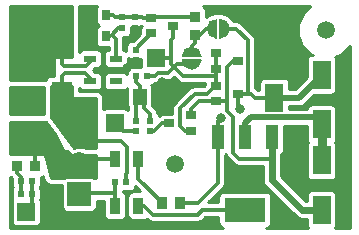
<source format=gtl>
G04 #@! TF.FileFunction,Copper,L1,Top,Signal*
%FSLAX46Y46*%
G04 Gerber Fmt 4.6, Leading zero omitted, Abs format (unit mm)*
G04 Created by KiCad (PCBNEW (2016-02-18 BZR 6566, Git c2fd462)-product) date Wed 24 Feb 2016 09:41:19 PM EST*
%MOMM*%
G01*
G04 APERTURE LIST*
%ADD10C,0.100000*%
%ADD11C,0.150000*%
%ADD12R,0.850000X0.650000*%
%ADD13R,1.550000X2.400000*%
%ADD14C,1.998980*%
%ADD15R,1.998980X1.998980*%
%ADD16R,1.800000X1.050000*%
%ADD17R,1.100000X2.100000*%
%ADD18R,3.500000X2.100000*%
%ADD19R,1.524000X1.524000*%
%ADD20R,2.500000X2.500000*%
%ADD21R,1.100000X0.600000*%
%ADD22R,0.800100X0.899160*%
%ADD23R,0.950000X1.450000*%
%ADD24R,0.950000X1.000000*%
%ADD25R,1.150000X1.450000*%
%ADD26R,0.900000X0.950000*%
%ADD27R,0.950000X0.900000*%
%ADD28R,0.600000X0.600000*%
%ADD29C,1.500000*%
%ADD30C,0.800000*%
%ADD31C,0.300000*%
%ADD32C,0.500000*%
%ADD33C,1.200000*%
%ADD34C,0.600000*%
%ADD35C,0.800000*%
%ADD36C,0.254000*%
G04 APERTURE END LIST*
D10*
D11*
X18504000Y-1839600D02*
X18504000Y-3160400D01*
X18504000Y-3160400D02*
X18605600Y-3160400D01*
X18605600Y-3160400D02*
X18605600Y-1839600D01*
X18605600Y-1839600D02*
X18707200Y-1839600D01*
X18707200Y-1839600D02*
X18707200Y-3109600D01*
X18707200Y-3109600D02*
X18808800Y-3109600D01*
X18808800Y-3109600D02*
X18808800Y-1941200D01*
X18808800Y-1941200D02*
X18910400Y-1992000D01*
X18910400Y-1992000D02*
X18910400Y-2957200D01*
X18910400Y-2957200D02*
X19012000Y-2855600D01*
X19012000Y-2855600D02*
X19012000Y-2144400D01*
X19012000Y-2144400D02*
X19062800Y-2195200D01*
X19062800Y-2195200D02*
X19062800Y-2754000D01*
X17792800Y-3109600D02*
X17691200Y-3109600D01*
X17691200Y-3109600D02*
X17691200Y-1992000D01*
X17691200Y-1992000D02*
X17589600Y-1992000D01*
X17589600Y-1992000D02*
X17589600Y-2957200D01*
X17589600Y-2957200D02*
X17538800Y-2957200D01*
X17538800Y-2957200D02*
X17538800Y-2093600D01*
X17538800Y-2093600D02*
X17488000Y-2093600D01*
X17488000Y-2093600D02*
X17488000Y-2804800D01*
X17488000Y-2804800D02*
X17437200Y-2804800D01*
X17437200Y-2804800D02*
X17437200Y-2246000D01*
X17996000Y-1788800D02*
X17996000Y-3160400D01*
X17996000Y-3160400D02*
X17894400Y-3160400D01*
X17894400Y-3160400D02*
X17894400Y-1839600D01*
X17894400Y-1839600D02*
X17792800Y-1839600D01*
X17792800Y-1839600D02*
X17792800Y-3109600D01*
X17792800Y-3109600D02*
X17742000Y-3109600D01*
X18097600Y-1738000D02*
X18097600Y-3262000D01*
X18402400Y-1738000D02*
X18402400Y-3262000D01*
X18402400Y-3262000D02*
G75*
G03X19164400Y-2500000I0J762000D01*
G01*
X19164400Y-2500000D02*
G75*
G03X18402400Y-1738000I-762000J0D01*
G01*
X18097600Y-1738000D02*
G75*
G03X17335600Y-2500000I0J-762000D01*
G01*
X17335600Y-2500000D02*
G75*
G03X18097600Y-3262000I762000J0D01*
G01*
X16660400Y-5254000D02*
X15339600Y-5254000D01*
X15339600Y-5254000D02*
X15339600Y-5355600D01*
X15339600Y-5355600D02*
X16660400Y-5355600D01*
X16660400Y-5355600D02*
X16660400Y-5457200D01*
X16660400Y-5457200D02*
X15390400Y-5457200D01*
X15390400Y-5457200D02*
X15390400Y-5558800D01*
X15390400Y-5558800D02*
X16558800Y-5558800D01*
X16558800Y-5558800D02*
X16508000Y-5660400D01*
X16508000Y-5660400D02*
X15542800Y-5660400D01*
X15542800Y-5660400D02*
X15644400Y-5762000D01*
X15644400Y-5762000D02*
X16355600Y-5762000D01*
X16355600Y-5762000D02*
X16304800Y-5812800D01*
X16304800Y-5812800D02*
X15746000Y-5812800D01*
X15390400Y-4542800D02*
X15390400Y-4441200D01*
X15390400Y-4441200D02*
X16508000Y-4441200D01*
X16508000Y-4441200D02*
X16508000Y-4339600D01*
X16508000Y-4339600D02*
X15542800Y-4339600D01*
X15542800Y-4339600D02*
X15542800Y-4288800D01*
X15542800Y-4288800D02*
X16406400Y-4288800D01*
X16406400Y-4288800D02*
X16406400Y-4238000D01*
X16406400Y-4238000D02*
X15695200Y-4238000D01*
X15695200Y-4238000D02*
X15695200Y-4187200D01*
X15695200Y-4187200D02*
X16254000Y-4187200D01*
X16711200Y-4746000D02*
X15339600Y-4746000D01*
X15339600Y-4746000D02*
X15339600Y-4644400D01*
X15339600Y-4644400D02*
X16660400Y-4644400D01*
X16660400Y-4644400D02*
X16660400Y-4542800D01*
X16660400Y-4542800D02*
X15390400Y-4542800D01*
X15390400Y-4542800D02*
X15390400Y-4492000D01*
X16762000Y-4847600D02*
X15238000Y-4847600D01*
X16762000Y-5152400D02*
X15238000Y-5152400D01*
X15238000Y-5152400D02*
G75*
G03X16000000Y-5914400I762000J0D01*
G01*
X16000000Y-5914400D02*
G75*
G03X16762000Y-5152400I0J762000D01*
G01*
X16762000Y-4847600D02*
G75*
G03X16000000Y-4085600I-762000J0D01*
G01*
X16000000Y-4085600D02*
G75*
G03X15238000Y-4847600I0J-762000D01*
G01*
D12*
X18050000Y-7350000D03*
X18050000Y-8650000D03*
X19950000Y-8000000D03*
D13*
X27000000Y-13650000D03*
X27000000Y-17850000D03*
D14*
X6500000Y-14000000D03*
D15*
X6500000Y-16540000D03*
D14*
X6500000Y-11460000D03*
D16*
X5000000Y-7500000D03*
X5000000Y-4500000D03*
D17*
X22800000Y-11650000D03*
X20500000Y-11650000D03*
X18200000Y-11650000D03*
D18*
X20500000Y-17850000D03*
D19*
X2000000Y-18000000D03*
X13000000Y-5000000D03*
X2000000Y-9000000D03*
X9500000Y-10500000D03*
D20*
X2000000Y-11750000D03*
X2000000Y-2000000D03*
D21*
X9600000Y-6950000D03*
X9600000Y-5050000D03*
X9600000Y-6000000D03*
X7400000Y-5050000D03*
X7400000Y-6950000D03*
D22*
X8750000Y-1350840D03*
X8750000Y-3149160D03*
D10*
G36*
X18450000Y-3050000D02*
X18450000Y-1950000D01*
X19050000Y-2050000D01*
X19050000Y-2950000D01*
X18450000Y-3050000D01*
X18450000Y-3050000D01*
G37*
G36*
X18050000Y-1950000D02*
X18050000Y-3050000D01*
X17450000Y-2950000D01*
X17450000Y-2050000D01*
X18050000Y-1950000D01*
X18050000Y-1950000D01*
G37*
G36*
X15450000Y-5200000D02*
X16550000Y-5200000D01*
X16450000Y-5800000D01*
X15550000Y-5800000D01*
X15450000Y-5200000D01*
X15450000Y-5200000D01*
G37*
G36*
X16550000Y-4800000D02*
X15450000Y-4800000D01*
X15550000Y-4200000D01*
X16450000Y-4200000D01*
X16550000Y-4800000D01*
X16550000Y-4800000D01*
G37*
D23*
X9500000Y-13500000D03*
X11500000Y-13500000D03*
X9500000Y-17500000D03*
X11500000Y-17500000D03*
D24*
X13450000Y-17250000D03*
X15050000Y-17250000D03*
D13*
X27000000Y-10600000D03*
X27000000Y-6400000D03*
X23000000Y-8350000D03*
X23000000Y-4150000D03*
D25*
X11600000Y-8250000D03*
X13400000Y-8250000D03*
X5350000Y-2000000D03*
X7150000Y-2000000D03*
D26*
X1250000Y-14100000D03*
X2750000Y-14100000D03*
D27*
X16250000Y-3000000D03*
X16250000Y-1500000D03*
D12*
X15950000Y-11150000D03*
X15950000Y-9850000D03*
X14050000Y-10500000D03*
X12550000Y-1600000D03*
X12550000Y-2900000D03*
X14450000Y-2250000D03*
D28*
X11200000Y-1550000D03*
X11200000Y-2450000D03*
X11250000Y-4300000D03*
X11250000Y-5200000D03*
X12500000Y-10300000D03*
X12500000Y-11200000D03*
X11300000Y-6500000D03*
X12200000Y-6500000D03*
X11250000Y-10300000D03*
X11250000Y-11200000D03*
D12*
X18050000Y-4600000D03*
X18050000Y-5900000D03*
X19950000Y-5250000D03*
D28*
X2450000Y-15400000D03*
X1550000Y-15400000D03*
D29*
X14600000Y-14000000D03*
X27400000Y-2600000D03*
D28*
X10100000Y-1550000D03*
X10100000Y-2450000D03*
X9550000Y-15500000D03*
X10450000Y-15500000D03*
X2450000Y-16500000D03*
X1550000Y-16500000D03*
D30*
X4750000Y-18000000D03*
X8000000Y-18249996D03*
X7200000Y-3200000D03*
X28250000Y-8500000D03*
X24750000Y-15250000D03*
X20250000Y-15250000D03*
X11000000Y-3250000D03*
X24250000Y-4250000D03*
X21750000Y-4250000D03*
X23000000Y-2500000D03*
X23000000Y-5750000D03*
X8500000Y-6000000D03*
X10545104Y-5801547D03*
X13500000Y-7000000D03*
X13500000Y-9500000D03*
X20119551Y-9346926D03*
X18469663Y-10030337D03*
D31*
X9550000Y-1550000D02*
X9350840Y-1350840D01*
X9350840Y-1350840D02*
X8750000Y-1350840D01*
X10100000Y-1550000D02*
X9550000Y-1550000D01*
X16250000Y-1500000D02*
X12650000Y-1500000D01*
X12650000Y-1500000D02*
X12550000Y-1600000D01*
X11800000Y-1550000D02*
X11850000Y-1600000D01*
X11850000Y-1600000D02*
X12550000Y-1600000D01*
X11200000Y-1550000D02*
X11800000Y-1550000D01*
X10100000Y-1550000D02*
X11200000Y-1550000D01*
X7150000Y-2000000D02*
X7150000Y-3150000D01*
X7150000Y-3150000D02*
X7200000Y-3200000D01*
X11200000Y-2450000D02*
X11200000Y-3050000D01*
X11200000Y-3050000D02*
X11000000Y-3250000D01*
D32*
X23000000Y-4150000D02*
X24150000Y-4150000D01*
X24150000Y-4150000D02*
X24250000Y-4250000D01*
X23000000Y-4150000D02*
X21850000Y-4150000D01*
X21850000Y-4150000D02*
X21750000Y-4250000D01*
X23000000Y-4150000D02*
X23000000Y-2500000D01*
X23000000Y-4150000D02*
X23000000Y-5750000D01*
D31*
X9600000Y-6000000D02*
X8500000Y-6000000D01*
X9600000Y-6000000D02*
X10346651Y-6000000D01*
X10346651Y-6000000D02*
X10545104Y-5801547D01*
X11250000Y-5200000D02*
X11146651Y-5200000D01*
X11146651Y-5200000D02*
X10545104Y-5801547D01*
X13400000Y-8250000D02*
X13400000Y-7100000D01*
X13400000Y-7100000D02*
X13500000Y-7000000D01*
X13400000Y-8250000D02*
X13400000Y-9400000D01*
X13400000Y-9400000D02*
X13500000Y-9500000D01*
X15000000Y-9250000D02*
X16250000Y-8000000D01*
X16250000Y-8000000D02*
X17319998Y-8000000D01*
X17319998Y-8000000D02*
X17969998Y-7350000D01*
X17969998Y-7350000D02*
X18050000Y-7350000D01*
X15000000Y-10750000D02*
X15000000Y-9250000D01*
X18050000Y-6500000D02*
X15250002Y-6500000D01*
X18050000Y-5900000D02*
X18050000Y-6500000D01*
X18050000Y-4600000D02*
X18050000Y-5900000D01*
X18050000Y-6500000D02*
X18050000Y-7350000D01*
X15400000Y-11150000D02*
X15000000Y-10750000D01*
X15950000Y-11150000D02*
X15400000Y-11150000D01*
X15250002Y-6500000D02*
X14500000Y-5749998D01*
X14250000Y-5499998D02*
X14250000Y-5000000D01*
X14250000Y-5000000D02*
X14250000Y-3500000D01*
X13000000Y-5000000D02*
X14250000Y-5000000D01*
X14250000Y-3500000D02*
X14450000Y-3300000D01*
X14450000Y-3300000D02*
X14450000Y-2250000D01*
X14500000Y-5749998D02*
X14749998Y-5500000D01*
X13999999Y-6249999D02*
X14500000Y-5749998D01*
X14500000Y-5749998D02*
X14250000Y-5499998D01*
X14749998Y-5500000D02*
X16000000Y-5500000D01*
X12200000Y-6500000D02*
X12889998Y-6500000D01*
X12889998Y-6500000D02*
X13139999Y-6249999D01*
X13139999Y-6249999D02*
X13999999Y-6249999D01*
X14050000Y-10500000D02*
X13530002Y-10500000D01*
X13530002Y-10500000D02*
X12830002Y-11200000D01*
X12830002Y-11200000D02*
X12500000Y-11200000D01*
X18200000Y-15550000D02*
X16500000Y-17250000D01*
X16500000Y-17250000D02*
X15050000Y-17250000D01*
X18200000Y-11650000D02*
X18200000Y-15550000D01*
X19950000Y-8000000D02*
X19950000Y-9177375D01*
X19950000Y-9177375D02*
X20119551Y-9346926D01*
X18200000Y-11650000D02*
X18200000Y-10300000D01*
X18200000Y-10300000D02*
X18469663Y-10030337D01*
X19950000Y-8000000D02*
X20750000Y-8000000D01*
X20750000Y-8000000D02*
X21000000Y-8000000D01*
X21350000Y-8350000D02*
X23000000Y-8350000D01*
X21000000Y-8000000D02*
X21350000Y-8350000D01*
X18750000Y-2500000D02*
X19750000Y-2500000D01*
X20750000Y-3500000D02*
X20750000Y-8000000D01*
X19750000Y-2500000D02*
X20750000Y-3500000D01*
D32*
X23000000Y-8350000D02*
X25050000Y-8350000D01*
X25050000Y-8350000D02*
X27000000Y-6400000D01*
D31*
X11250000Y-4300000D02*
X11250000Y-4200000D01*
X11250000Y-4200000D02*
X12550000Y-2900000D01*
X9550000Y-16450000D02*
X6590000Y-16450000D01*
X6590000Y-16450000D02*
X6500000Y-16540000D01*
X9550000Y-16450000D02*
X9500000Y-16500000D01*
X9500000Y-16500000D02*
X9500000Y-17500000D01*
X9550000Y-15500000D02*
X9550000Y-16450000D01*
X16000000Y-4000000D02*
X16250000Y-3750000D01*
X17250000Y-2500000D02*
X16750000Y-3000000D01*
X16750000Y-3000000D02*
X16250000Y-3000000D01*
X17750000Y-2500000D02*
X17250000Y-2500000D01*
X16250000Y-3750000D02*
X16250000Y-3000000D01*
X16000000Y-4500000D02*
X16000000Y-4000000D01*
X2450000Y-16500000D02*
X2450000Y-15400000D01*
X2450000Y-16500000D02*
X2450000Y-17550000D01*
X2450000Y-17550000D02*
X2000000Y-18000000D01*
X11250000Y-11200000D02*
X10200000Y-11200000D01*
X10200000Y-11200000D02*
X9500000Y-10500000D01*
X11300000Y-7050000D02*
X11600000Y-7350000D01*
X11600000Y-7350000D02*
X11600000Y-8250000D01*
X11300000Y-6500000D02*
X11300000Y-7050000D01*
X12000000Y-9250000D02*
X12000000Y-8650000D01*
X12000000Y-8650000D02*
X11600000Y-8250000D01*
X12500000Y-9750000D02*
X12000000Y-9250000D01*
X12500000Y-10300000D02*
X12500000Y-9750000D01*
X11250000Y-10300000D02*
X11250000Y-8600000D01*
X11250000Y-8600000D02*
X11600000Y-8250000D01*
X1250000Y-14750000D02*
X1550000Y-15050000D01*
X1550000Y-15050000D02*
X1550000Y-15400000D01*
X1250000Y-14100000D02*
X1250000Y-14750000D01*
X1550000Y-16500000D02*
X1550000Y-15400000D01*
X10000000Y-12000000D02*
X7040000Y-12000000D01*
X7040000Y-12000000D02*
X6500000Y-11460000D01*
X10500000Y-12500000D02*
X10000000Y-12000000D01*
X10500000Y-14750000D02*
X10500000Y-12500000D01*
X10450000Y-14800000D02*
X10500000Y-14750000D01*
X10450000Y-15500000D02*
X10450000Y-14800000D01*
X5250000Y-6250000D02*
X5000000Y-6500000D01*
X5000000Y-6500000D02*
X5000000Y-7500000D01*
X7000000Y-6250000D02*
X5250000Y-6250000D01*
X7400000Y-6650000D02*
X7000000Y-6250000D01*
X7400000Y-6950000D02*
X7400000Y-6650000D01*
X2750000Y-14100000D02*
X2750000Y-12500000D01*
X2750000Y-12500000D02*
X2000000Y-11750000D01*
X9500000Y-13500000D02*
X7000000Y-13500000D01*
X7000000Y-13500000D02*
X6500000Y-14000000D01*
X7400000Y-5050000D02*
X7400000Y-5350000D01*
X7400000Y-5350000D02*
X7050000Y-5700000D01*
X5000000Y-5500000D02*
X5000000Y-4500000D01*
X7050000Y-5700000D02*
X5200000Y-5700000D01*
X5200000Y-5700000D02*
X5000000Y-5500000D01*
D33*
X1500000Y-2500000D02*
X2000000Y-2000000D01*
D31*
X9100840Y-3149160D02*
X9250000Y-3000000D01*
X9600000Y-3350000D02*
X9250000Y-3000000D01*
X9250000Y-3000000D02*
X9800000Y-2450000D01*
X9600000Y-5050000D02*
X9600000Y-3350000D01*
X9800000Y-2450000D02*
X10100000Y-2450000D01*
X8750000Y-3149160D02*
X9100840Y-3149160D01*
X13450000Y-17200000D02*
X11500000Y-15250000D01*
X11500000Y-15250000D02*
X11500000Y-13500000D01*
X13450000Y-17250000D02*
X13450000Y-17200000D01*
X12750000Y-18250000D02*
X12000000Y-17500000D01*
X12000000Y-17500000D02*
X11500000Y-17500000D01*
X16500000Y-18250000D02*
X12750000Y-18250000D01*
X16900000Y-17850000D02*
X16500000Y-18250000D01*
X20500000Y-17850000D02*
X16900000Y-17850000D01*
X16600000Y-8650000D02*
X15950000Y-9300000D01*
X15950000Y-9300000D02*
X15950000Y-9850000D01*
X18050000Y-8650000D02*
X16600000Y-8650000D01*
X19000000Y-5750000D02*
X19000000Y-8750000D01*
X19000000Y-8750000D02*
X19000000Y-9500000D01*
X18050000Y-8650000D02*
X18900000Y-8650000D01*
X18900000Y-8650000D02*
X19000000Y-8750000D01*
D34*
X22800000Y-11650000D02*
X22800000Y-13500000D01*
X22800000Y-13500000D02*
X22800000Y-15300000D01*
D31*
X20000000Y-13500000D02*
X22800000Y-13500000D01*
D34*
X22800000Y-15300000D02*
X25350000Y-17850000D01*
X25350000Y-17850000D02*
X27000000Y-17850000D01*
D31*
X19500000Y-13000000D02*
X20000000Y-13500000D01*
X19500000Y-10000000D02*
X19500000Y-13000000D01*
X19000000Y-9500000D02*
X19500000Y-10000000D01*
X19500000Y-5250000D02*
X19000000Y-5750000D01*
X19950000Y-5250000D02*
X19500000Y-5250000D01*
D32*
X20999999Y-10000001D02*
X20500000Y-10500000D01*
X20500000Y-10500000D02*
X20500000Y-11650000D01*
X27000000Y-10600000D02*
X26400001Y-10000001D01*
X26400001Y-10000001D02*
X20999999Y-10000001D01*
D35*
X27000000Y-10600000D02*
X27000000Y-13650000D01*
D36*
G36*
X5873000Y-4873000D02*
X4500000Y-4873000D01*
X4451399Y-4882667D01*
X4410197Y-4910197D01*
X4382667Y-4951399D01*
X4373000Y-5000000D01*
X4373000Y-6488656D01*
X4100000Y-6488656D01*
X3913884Y-6525677D01*
X3756103Y-6631103D01*
X3650677Y-6788884D01*
X3633945Y-6873000D01*
X627000Y-6873000D01*
X627000Y-627000D01*
X5873000Y-627000D01*
X5873000Y-4873000D01*
X5873000Y-4873000D01*
G37*
X5873000Y-4873000D02*
X4500000Y-4873000D01*
X4451399Y-4882667D01*
X4410197Y-4910197D01*
X4382667Y-4951399D01*
X4373000Y-5000000D01*
X4373000Y-6488656D01*
X4100000Y-6488656D01*
X3913884Y-6525677D01*
X3756103Y-6631103D01*
X3650677Y-6788884D01*
X3633945Y-6873000D01*
X627000Y-6873000D01*
X627000Y-627000D01*
X5873000Y-627000D01*
X5873000Y-4873000D01*
G36*
X5873000Y-8250000D02*
X5882667Y-8298601D01*
X5910197Y-8339803D01*
X5951399Y-8367333D01*
X6000000Y-8377000D01*
X7873000Y-8377000D01*
X7873000Y-12623000D01*
X7033959Y-12623000D01*
X6794980Y-12523767D01*
X6207596Y-12523254D01*
X6041916Y-12591712D01*
X4127000Y-9958702D01*
X4127000Y-7377000D01*
X5873000Y-7377000D01*
X5873000Y-8250000D01*
X5873000Y-8250000D01*
G37*
X5873000Y-8250000D02*
X5882667Y-8298601D01*
X5910197Y-8339803D01*
X5951399Y-8367333D01*
X6000000Y-8377000D01*
X7873000Y-8377000D01*
X7873000Y-12623000D01*
X7033959Y-12623000D01*
X6794980Y-12523767D01*
X6207596Y-12523254D01*
X6041916Y-12591712D01*
X4127000Y-9958702D01*
X4127000Y-7377000D01*
X5873000Y-7377000D01*
X5873000Y-8250000D01*
G36*
X4443212Y-11420404D02*
X5136408Y-12806796D01*
X5166789Y-12845943D01*
X5209839Y-12870483D01*
X5250000Y-12877000D01*
X5502554Y-12877000D01*
X5614233Y-13030558D01*
X5817460Y-13190691D01*
X6000000Y-13227000D01*
X7873000Y-13227000D01*
X7873000Y-15123000D01*
X7733217Y-15123000D01*
X7685606Y-15091187D01*
X7499490Y-15054166D01*
X5500510Y-15054166D01*
X5314394Y-15091187D01*
X5266783Y-15123000D01*
X4099158Y-15123000D01*
X3623208Y-13219198D01*
X3602042Y-13174393D01*
X3565341Y-13141098D01*
X3500000Y-13123000D01*
X627000Y-13123000D01*
X627000Y-10377000D01*
X3684373Y-10377000D01*
X4443212Y-11420404D01*
X4443212Y-11420404D01*
G37*
X4443212Y-11420404D02*
X5136408Y-12806796D01*
X5166789Y-12845943D01*
X5209839Y-12870483D01*
X5250000Y-12877000D01*
X5502554Y-12877000D01*
X5614233Y-13030558D01*
X5817460Y-13190691D01*
X6000000Y-13227000D01*
X7873000Y-13227000D01*
X7873000Y-15123000D01*
X7733217Y-15123000D01*
X7685606Y-15091187D01*
X7499490Y-15054166D01*
X5500510Y-15054166D01*
X5314394Y-15091187D01*
X5266783Y-15123000D01*
X4099158Y-15123000D01*
X3623208Y-13219198D01*
X3602042Y-13174393D01*
X3565341Y-13141098D01*
X3500000Y-13123000D01*
X627000Y-13123000D01*
X627000Y-10377000D01*
X3684373Y-10377000D01*
X4443212Y-11420404D01*
G36*
X3537242Y-15365689D02*
X3662710Y-15587290D01*
X3817460Y-15690691D01*
X4000000Y-15727000D01*
X5014166Y-15727000D01*
X5014166Y-17539490D01*
X5051187Y-17725606D01*
X5156613Y-17883387D01*
X5314394Y-17988813D01*
X5500510Y-18025834D01*
X7499490Y-18025834D01*
X7685606Y-17988813D01*
X7843387Y-17883387D01*
X7948813Y-17725606D01*
X7985834Y-17539490D01*
X7985834Y-17077000D01*
X8538656Y-17077000D01*
X8538656Y-18225000D01*
X8575677Y-18411116D01*
X8681103Y-18568897D01*
X8838884Y-18674323D01*
X9025000Y-18711344D01*
X9975000Y-18711344D01*
X10161116Y-18674323D01*
X10318897Y-18568897D01*
X10424323Y-18411116D01*
X10461344Y-18225000D01*
X10461344Y-16775000D01*
X10424323Y-16588884D01*
X10318897Y-16431103D01*
X10177000Y-16336290D01*
X10177000Y-16286344D01*
X10750000Y-16286344D01*
X10936116Y-16249323D01*
X11093897Y-16143897D01*
X11199323Y-15986116D01*
X11224223Y-15860935D01*
X11651944Y-16288656D01*
X11025000Y-16288656D01*
X10838884Y-16325677D01*
X10681103Y-16431103D01*
X10575677Y-16588884D01*
X10538656Y-16775000D01*
X10538656Y-18225000D01*
X10575677Y-18411116D01*
X10681103Y-18568897D01*
X10838884Y-18674323D01*
X11025000Y-18711344D01*
X11975000Y-18711344D01*
X12161116Y-18674323D01*
X12236944Y-18623656D01*
X12306644Y-18693356D01*
X12510057Y-18829272D01*
X12750000Y-18877000D01*
X16500000Y-18877000D01*
X16739943Y-18829272D01*
X16943356Y-18693356D01*
X17159712Y-18477000D01*
X18263656Y-18477000D01*
X18263656Y-18900000D01*
X18300677Y-19086116D01*
X18406103Y-19243897D01*
X18563884Y-19349323D01*
X18682916Y-19373000D01*
X627000Y-19373000D01*
X627000Y-15026932D01*
X705934Y-15042633D01*
X718437Y-15061344D01*
X763656Y-15129019D01*
X763656Y-15700000D01*
X800677Y-15886116D01*
X843363Y-15950000D01*
X800677Y-16013884D01*
X763656Y-16200000D01*
X763656Y-16800000D01*
X800677Y-16986116D01*
X816649Y-17010020D01*
X788677Y-17051884D01*
X751656Y-17238000D01*
X751656Y-18762000D01*
X788677Y-18948116D01*
X894103Y-19105897D01*
X1051884Y-19211323D01*
X1238000Y-19248344D01*
X2762000Y-19248344D01*
X2948116Y-19211323D01*
X3105897Y-19105897D01*
X3211323Y-18948116D01*
X3248344Y-18762000D01*
X3248344Y-17238000D01*
X3211323Y-17051884D01*
X3183351Y-17010020D01*
X3199323Y-16986116D01*
X3236344Y-16800000D01*
X3236344Y-16200000D01*
X3199323Y-16013884D01*
X3156637Y-15950000D01*
X3199323Y-15886116D01*
X3236344Y-15700000D01*
X3236344Y-15100000D01*
X3227564Y-15055861D01*
X3386116Y-15024323D01*
X3442484Y-14986659D01*
X3537242Y-15365689D01*
X3537242Y-15365689D01*
G37*
X3537242Y-15365689D02*
X3662710Y-15587290D01*
X3817460Y-15690691D01*
X4000000Y-15727000D01*
X5014166Y-15727000D01*
X5014166Y-17539490D01*
X5051187Y-17725606D01*
X5156613Y-17883387D01*
X5314394Y-17988813D01*
X5500510Y-18025834D01*
X7499490Y-18025834D01*
X7685606Y-17988813D01*
X7843387Y-17883387D01*
X7948813Y-17725606D01*
X7985834Y-17539490D01*
X7985834Y-17077000D01*
X8538656Y-17077000D01*
X8538656Y-18225000D01*
X8575677Y-18411116D01*
X8681103Y-18568897D01*
X8838884Y-18674323D01*
X9025000Y-18711344D01*
X9975000Y-18711344D01*
X10161116Y-18674323D01*
X10318897Y-18568897D01*
X10424323Y-18411116D01*
X10461344Y-18225000D01*
X10461344Y-16775000D01*
X10424323Y-16588884D01*
X10318897Y-16431103D01*
X10177000Y-16336290D01*
X10177000Y-16286344D01*
X10750000Y-16286344D01*
X10936116Y-16249323D01*
X11093897Y-16143897D01*
X11199323Y-15986116D01*
X11224223Y-15860935D01*
X11651944Y-16288656D01*
X11025000Y-16288656D01*
X10838884Y-16325677D01*
X10681103Y-16431103D01*
X10575677Y-16588884D01*
X10538656Y-16775000D01*
X10538656Y-18225000D01*
X10575677Y-18411116D01*
X10681103Y-18568897D01*
X10838884Y-18674323D01*
X11025000Y-18711344D01*
X11975000Y-18711344D01*
X12161116Y-18674323D01*
X12236944Y-18623656D01*
X12306644Y-18693356D01*
X12510057Y-18829272D01*
X12750000Y-18877000D01*
X16500000Y-18877000D01*
X16739943Y-18829272D01*
X16943356Y-18693356D01*
X17159712Y-18477000D01*
X18263656Y-18477000D01*
X18263656Y-18900000D01*
X18300677Y-19086116D01*
X18406103Y-19243897D01*
X18563884Y-19349323D01*
X18682916Y-19373000D01*
X627000Y-19373000D01*
X627000Y-15026932D01*
X705934Y-15042633D01*
X718437Y-15061344D01*
X763656Y-15129019D01*
X763656Y-15700000D01*
X800677Y-15886116D01*
X843363Y-15950000D01*
X800677Y-16013884D01*
X763656Y-16200000D01*
X763656Y-16800000D01*
X800677Y-16986116D01*
X816649Y-17010020D01*
X788677Y-17051884D01*
X751656Y-17238000D01*
X751656Y-18762000D01*
X788677Y-18948116D01*
X894103Y-19105897D01*
X1051884Y-19211323D01*
X1238000Y-19248344D01*
X2762000Y-19248344D01*
X2948116Y-19211323D01*
X3105897Y-19105897D01*
X3211323Y-18948116D01*
X3248344Y-18762000D01*
X3248344Y-17238000D01*
X3211323Y-17051884D01*
X3183351Y-17010020D01*
X3199323Y-16986116D01*
X3236344Y-16800000D01*
X3236344Y-16200000D01*
X3199323Y-16013884D01*
X3156637Y-15950000D01*
X3199323Y-15886116D01*
X3236344Y-15700000D01*
X3236344Y-15100000D01*
X3227564Y-15055861D01*
X3386116Y-15024323D01*
X3442484Y-14986659D01*
X3537242Y-15365689D01*
G36*
X18920728Y-13239943D02*
X18990188Y-13343897D01*
X19056644Y-13443356D01*
X19556644Y-13943356D01*
X19760058Y-14079273D01*
X20000000Y-14127000D01*
X22023000Y-14127000D01*
X22023000Y-15300000D01*
X22082146Y-15597345D01*
X22250578Y-15849422D01*
X24800578Y-18399422D01*
X25052655Y-18567854D01*
X25350000Y-18627000D01*
X25738656Y-18627000D01*
X25738656Y-19050000D01*
X25775677Y-19236116D01*
X25867140Y-19373000D01*
X22317084Y-19373000D01*
X22436116Y-19349323D01*
X22593897Y-19243897D01*
X22699323Y-19086116D01*
X22736344Y-18900000D01*
X22736344Y-16800000D01*
X22699323Y-16613884D01*
X22593897Y-16456103D01*
X22436116Y-16350677D01*
X22250000Y-16313656D01*
X18750000Y-16313656D01*
X18563884Y-16350677D01*
X18406103Y-16456103D01*
X18300677Y-16613884D01*
X18263656Y-16800000D01*
X18263656Y-17223000D01*
X17413712Y-17223000D01*
X18643356Y-15993356D01*
X18739529Y-15849422D01*
X18779272Y-15789943D01*
X18827000Y-15550000D01*
X18827000Y-13171028D01*
X18903974Y-13155716D01*
X18920728Y-13239943D01*
X18920728Y-13239943D01*
G37*
X18920728Y-13239943D02*
X18990188Y-13343897D01*
X19056644Y-13443356D01*
X19556644Y-13943356D01*
X19760058Y-14079273D01*
X20000000Y-14127000D01*
X22023000Y-14127000D01*
X22023000Y-15300000D01*
X22082146Y-15597345D01*
X22250578Y-15849422D01*
X24800578Y-18399422D01*
X25052655Y-18567854D01*
X25350000Y-18627000D01*
X25738656Y-18627000D01*
X25738656Y-19050000D01*
X25775677Y-19236116D01*
X25867140Y-19373000D01*
X22317084Y-19373000D01*
X22436116Y-19349323D01*
X22593897Y-19243897D01*
X22699323Y-19086116D01*
X22736344Y-18900000D01*
X22736344Y-16800000D01*
X22699323Y-16613884D01*
X22593897Y-16456103D01*
X22436116Y-16350677D01*
X22250000Y-16313656D01*
X18750000Y-16313656D01*
X18563884Y-16350677D01*
X18406103Y-16456103D01*
X18300677Y-16613884D01*
X18263656Y-16800000D01*
X18263656Y-17223000D01*
X17413712Y-17223000D01*
X18643356Y-15993356D01*
X18739529Y-15849422D01*
X18779272Y-15789943D01*
X18827000Y-15550000D01*
X18827000Y-13171028D01*
X18903974Y-13155716D01*
X18920728Y-13239943D01*
G36*
X29373000Y-19373000D02*
X28132860Y-19373000D01*
X28224323Y-19236116D01*
X28261344Y-19050000D01*
X28261344Y-16650000D01*
X28224323Y-16463884D01*
X28118897Y-16306103D01*
X27961116Y-16200677D01*
X27775000Y-16163656D01*
X26225000Y-16163656D01*
X26038884Y-16200677D01*
X25881103Y-16306103D01*
X25775677Y-16463884D01*
X25738656Y-16650000D01*
X25738656Y-17073000D01*
X25671844Y-17073000D01*
X23577000Y-14978156D01*
X23577000Y-13122005D01*
X23693897Y-13043897D01*
X23799323Y-12886116D01*
X23836344Y-12700000D01*
X23836344Y-10727001D01*
X25738656Y-10727001D01*
X25738656Y-11800000D01*
X25775677Y-11986116D01*
X25868476Y-12125000D01*
X25775677Y-12263884D01*
X25738656Y-12450000D01*
X25738656Y-14850000D01*
X25775677Y-15036116D01*
X25881103Y-15193897D01*
X26038884Y-15299323D01*
X26225000Y-15336344D01*
X27775000Y-15336344D01*
X27961116Y-15299323D01*
X28118897Y-15193897D01*
X28224323Y-15036116D01*
X28261344Y-14850000D01*
X28261344Y-12450000D01*
X28224323Y-12263884D01*
X28131524Y-12125000D01*
X28224323Y-11986116D01*
X28261344Y-11800000D01*
X28261344Y-9400000D01*
X28224323Y-9213884D01*
X28118897Y-9056103D01*
X27961116Y-8950677D01*
X27775000Y-8913656D01*
X26225000Y-8913656D01*
X26038884Y-8950677D01*
X25881103Y-9056103D01*
X25775677Y-9213884D01*
X25763918Y-9273001D01*
X24261344Y-9273001D01*
X24261344Y-9077000D01*
X25049995Y-9077000D01*
X25050000Y-9077001D01*
X25282052Y-9030842D01*
X25328211Y-9021660D01*
X25564067Y-8864067D01*
X26341790Y-8086344D01*
X27775000Y-8086344D01*
X27961116Y-8049323D01*
X28118897Y-7943897D01*
X28224323Y-7786116D01*
X28261344Y-7600000D01*
X28261344Y-5200000D01*
X28224323Y-5013884D01*
X28128727Y-4870814D01*
X28744703Y-4616297D01*
X29373000Y-3989096D01*
X29373000Y-19373000D01*
X29373000Y-19373000D01*
G37*
X29373000Y-19373000D02*
X28132860Y-19373000D01*
X28224323Y-19236116D01*
X28261344Y-19050000D01*
X28261344Y-16650000D01*
X28224323Y-16463884D01*
X28118897Y-16306103D01*
X27961116Y-16200677D01*
X27775000Y-16163656D01*
X26225000Y-16163656D01*
X26038884Y-16200677D01*
X25881103Y-16306103D01*
X25775677Y-16463884D01*
X25738656Y-16650000D01*
X25738656Y-17073000D01*
X25671844Y-17073000D01*
X23577000Y-14978156D01*
X23577000Y-13122005D01*
X23693897Y-13043897D01*
X23799323Y-12886116D01*
X23836344Y-12700000D01*
X23836344Y-10727001D01*
X25738656Y-10727001D01*
X25738656Y-11800000D01*
X25775677Y-11986116D01*
X25868476Y-12125000D01*
X25775677Y-12263884D01*
X25738656Y-12450000D01*
X25738656Y-14850000D01*
X25775677Y-15036116D01*
X25881103Y-15193897D01*
X26038884Y-15299323D01*
X26225000Y-15336344D01*
X27775000Y-15336344D01*
X27961116Y-15299323D01*
X28118897Y-15193897D01*
X28224323Y-15036116D01*
X28261344Y-14850000D01*
X28261344Y-12450000D01*
X28224323Y-12263884D01*
X28131524Y-12125000D01*
X28224323Y-11986116D01*
X28261344Y-11800000D01*
X28261344Y-9400000D01*
X28224323Y-9213884D01*
X28118897Y-9056103D01*
X27961116Y-8950677D01*
X27775000Y-8913656D01*
X26225000Y-8913656D01*
X26038884Y-8950677D01*
X25881103Y-9056103D01*
X25775677Y-9213884D01*
X25763918Y-9273001D01*
X24261344Y-9273001D01*
X24261344Y-9077000D01*
X25049995Y-9077000D01*
X25050000Y-9077001D01*
X25282052Y-9030842D01*
X25328211Y-9021660D01*
X25564067Y-8864067D01*
X26341790Y-8086344D01*
X27775000Y-8086344D01*
X27961116Y-8049323D01*
X28118897Y-7943897D01*
X28224323Y-7786116D01*
X28261344Y-7600000D01*
X28261344Y-5200000D01*
X28224323Y-5013884D01*
X28128727Y-4870814D01*
X28744703Y-4616297D01*
X29373000Y-3989096D01*
X29373000Y-19373000D01*
G36*
X14806646Y-6943356D02*
X15010059Y-7079272D01*
X15250002Y-7127000D01*
X17138656Y-7127000D01*
X17138656Y-7294630D01*
X17060286Y-7373000D01*
X16250000Y-7373000D01*
X16010058Y-7420727D01*
X15806644Y-7556644D01*
X14556644Y-8806644D01*
X14420728Y-9010057D01*
X14373000Y-9250000D01*
X14373000Y-9688656D01*
X13625000Y-9688656D01*
X13438884Y-9725677D01*
X13281103Y-9831103D01*
X13259253Y-9863804D01*
X13249323Y-9813884D01*
X13143897Y-9656103D01*
X13102870Y-9628689D01*
X13101287Y-9620731D01*
X13079273Y-9510058D01*
X12943356Y-9306644D01*
X12653109Y-9016397D01*
X12661344Y-8975000D01*
X12661344Y-7525000D01*
X12624323Y-7338884D01*
X12578750Y-7270680D01*
X12686116Y-7249323D01*
X12843897Y-7143897D01*
X12855187Y-7127000D01*
X12889998Y-7127000D01*
X13129941Y-7079272D01*
X13333354Y-6943356D01*
X13399711Y-6876999D01*
X13999999Y-6876999D01*
X14239942Y-6829271D01*
X14443355Y-6693355D01*
X14500000Y-6636710D01*
X14806646Y-6943356D01*
X14806646Y-6943356D01*
G37*
X14806646Y-6943356D02*
X15010059Y-7079272D01*
X15250002Y-7127000D01*
X17138656Y-7127000D01*
X17138656Y-7294630D01*
X17060286Y-7373000D01*
X16250000Y-7373000D01*
X16010058Y-7420727D01*
X15806644Y-7556644D01*
X14556644Y-8806644D01*
X14420728Y-9010057D01*
X14373000Y-9250000D01*
X14373000Y-9688656D01*
X13625000Y-9688656D01*
X13438884Y-9725677D01*
X13281103Y-9831103D01*
X13259253Y-9863804D01*
X13249323Y-9813884D01*
X13143897Y-9656103D01*
X13102870Y-9628689D01*
X13101287Y-9620731D01*
X13079273Y-9510058D01*
X12943356Y-9306644D01*
X12653109Y-9016397D01*
X12661344Y-8975000D01*
X12661344Y-7525000D01*
X12624323Y-7338884D01*
X12578750Y-7270680D01*
X12686116Y-7249323D01*
X12843897Y-7143897D01*
X12855187Y-7127000D01*
X12889998Y-7127000D01*
X13129941Y-7079272D01*
X13333354Y-6943356D01*
X13399711Y-6876999D01*
X13999999Y-6876999D01*
X14239942Y-6829271D01*
X14443355Y-6693355D01*
X14500000Y-6636710D01*
X14806646Y-6943356D01*
G36*
X3523000Y-9773000D02*
X627000Y-9773000D01*
X627000Y-7477000D01*
X3523000Y-7477000D01*
X3523000Y-9773000D01*
X3523000Y-9773000D01*
G37*
X3523000Y-9773000D02*
X627000Y-9773000D01*
X627000Y-7477000D01*
X3523000Y-7477000D01*
X3523000Y-9773000D01*
G36*
X7900627Y-715144D02*
X7863606Y-901260D01*
X7863606Y-1800420D01*
X7900627Y-1986536D01*
X8006053Y-2144317D01*
X8163834Y-2249743D01*
X8165126Y-2250000D01*
X8163834Y-2250257D01*
X8006053Y-2355683D01*
X7900627Y-2513464D01*
X7863606Y-2699580D01*
X7863606Y-3598740D01*
X7900627Y-3784856D01*
X8006053Y-3942637D01*
X8163834Y-4048063D01*
X8349950Y-4085084D01*
X8973000Y-4085084D01*
X8973000Y-4278972D01*
X8863884Y-4300677D01*
X8706103Y-4406103D01*
X8600677Y-4563884D01*
X8563656Y-4750000D01*
X8563656Y-5350000D01*
X8600677Y-5536116D01*
X8706103Y-5693897D01*
X8863884Y-5799323D01*
X9050000Y-5836344D01*
X10150000Y-5836344D01*
X10336116Y-5799323D01*
X10493897Y-5693897D01*
X10599323Y-5536116D01*
X10636344Y-5350000D01*
X10636344Y-4964103D01*
X10763884Y-5049323D01*
X10950000Y-5086344D01*
X11550000Y-5086344D01*
X11736116Y-5049323D01*
X11751656Y-5038939D01*
X11751656Y-5743164D01*
X11750000Y-5743493D01*
X11600000Y-5713656D01*
X11000000Y-5713656D01*
X10813884Y-5750677D01*
X10656103Y-5856103D01*
X10550677Y-6013884D01*
X10513656Y-6200000D01*
X10513656Y-6335674D01*
X10493897Y-6306103D01*
X10336116Y-6200677D01*
X10150000Y-6163656D01*
X9050000Y-6163656D01*
X8863884Y-6200677D01*
X8706103Y-6306103D01*
X8600677Y-6463884D01*
X8563656Y-6650000D01*
X8563656Y-7250000D01*
X8600677Y-7436116D01*
X8706103Y-7593897D01*
X8863884Y-7699323D01*
X9050000Y-7736344D01*
X10150000Y-7736344D01*
X10336116Y-7699323D01*
X10493897Y-7593897D01*
X10538656Y-7526910D01*
X10538656Y-8975000D01*
X10575677Y-9161116D01*
X10623000Y-9231940D01*
X10623000Y-9419699D01*
X10605897Y-9394103D01*
X10448116Y-9288677D01*
X10262000Y-9251656D01*
X8738000Y-9251656D01*
X8551884Y-9288677D01*
X8477000Y-9338713D01*
X8477000Y-8250000D01*
X8440691Y-8067460D01*
X8337290Y-7912710D01*
X8182540Y-7809309D01*
X8000000Y-7773000D01*
X6477000Y-7773000D01*
X6477000Y-7550341D01*
X6506103Y-7593897D01*
X6663884Y-7699323D01*
X6850000Y-7736344D01*
X7950000Y-7736344D01*
X8136116Y-7699323D01*
X8293897Y-7593897D01*
X8399323Y-7436116D01*
X8436344Y-7250000D01*
X8436344Y-6650000D01*
X8399323Y-6463884D01*
X8293897Y-6306103D01*
X8136116Y-6200677D01*
X7950000Y-6163656D01*
X7800368Y-6163656D01*
X7636712Y-6000000D01*
X7800368Y-5836344D01*
X7950000Y-5836344D01*
X8136116Y-5799323D01*
X8293897Y-5693897D01*
X8399323Y-5536116D01*
X8436344Y-5350000D01*
X8436344Y-4750000D01*
X8399323Y-4563884D01*
X8293897Y-4406103D01*
X8136116Y-4300677D01*
X7950000Y-4263656D01*
X6850000Y-4263656D01*
X6663884Y-4300677D01*
X6506103Y-4406103D01*
X6477000Y-4449659D01*
X6477000Y-627000D01*
X7959523Y-627000D01*
X7900627Y-715144D01*
X7900627Y-715144D01*
G37*
X7900627Y-715144D02*
X7863606Y-901260D01*
X7863606Y-1800420D01*
X7900627Y-1986536D01*
X8006053Y-2144317D01*
X8163834Y-2249743D01*
X8165126Y-2250000D01*
X8163834Y-2250257D01*
X8006053Y-2355683D01*
X7900627Y-2513464D01*
X7863606Y-2699580D01*
X7863606Y-3598740D01*
X7900627Y-3784856D01*
X8006053Y-3942637D01*
X8163834Y-4048063D01*
X8349950Y-4085084D01*
X8973000Y-4085084D01*
X8973000Y-4278972D01*
X8863884Y-4300677D01*
X8706103Y-4406103D01*
X8600677Y-4563884D01*
X8563656Y-4750000D01*
X8563656Y-5350000D01*
X8600677Y-5536116D01*
X8706103Y-5693897D01*
X8863884Y-5799323D01*
X9050000Y-5836344D01*
X10150000Y-5836344D01*
X10336116Y-5799323D01*
X10493897Y-5693897D01*
X10599323Y-5536116D01*
X10636344Y-5350000D01*
X10636344Y-4964103D01*
X10763884Y-5049323D01*
X10950000Y-5086344D01*
X11550000Y-5086344D01*
X11736116Y-5049323D01*
X11751656Y-5038939D01*
X11751656Y-5743164D01*
X11750000Y-5743493D01*
X11600000Y-5713656D01*
X11000000Y-5713656D01*
X10813884Y-5750677D01*
X10656103Y-5856103D01*
X10550677Y-6013884D01*
X10513656Y-6200000D01*
X10513656Y-6335674D01*
X10493897Y-6306103D01*
X10336116Y-6200677D01*
X10150000Y-6163656D01*
X9050000Y-6163656D01*
X8863884Y-6200677D01*
X8706103Y-6306103D01*
X8600677Y-6463884D01*
X8563656Y-6650000D01*
X8563656Y-7250000D01*
X8600677Y-7436116D01*
X8706103Y-7593897D01*
X8863884Y-7699323D01*
X9050000Y-7736344D01*
X10150000Y-7736344D01*
X10336116Y-7699323D01*
X10493897Y-7593897D01*
X10538656Y-7526910D01*
X10538656Y-8975000D01*
X10575677Y-9161116D01*
X10623000Y-9231940D01*
X10623000Y-9419699D01*
X10605897Y-9394103D01*
X10448116Y-9288677D01*
X10262000Y-9251656D01*
X8738000Y-9251656D01*
X8551884Y-9288677D01*
X8477000Y-9338713D01*
X8477000Y-8250000D01*
X8440691Y-8067460D01*
X8337290Y-7912710D01*
X8182540Y-7809309D01*
X8000000Y-7773000D01*
X6477000Y-7773000D01*
X6477000Y-7550341D01*
X6506103Y-7593897D01*
X6663884Y-7699323D01*
X6850000Y-7736344D01*
X7950000Y-7736344D01*
X8136116Y-7699323D01*
X8293897Y-7593897D01*
X8399323Y-7436116D01*
X8436344Y-7250000D01*
X8436344Y-6650000D01*
X8399323Y-6463884D01*
X8293897Y-6306103D01*
X8136116Y-6200677D01*
X7950000Y-6163656D01*
X7800368Y-6163656D01*
X7636712Y-6000000D01*
X7800368Y-5836344D01*
X7950000Y-5836344D01*
X8136116Y-5799323D01*
X8293897Y-5693897D01*
X8399323Y-5536116D01*
X8436344Y-5350000D01*
X8436344Y-4750000D01*
X8399323Y-4563884D01*
X8293897Y-4406103D01*
X8136116Y-4300677D01*
X7950000Y-4263656D01*
X6850000Y-4263656D01*
X6663884Y-4300677D01*
X6506103Y-4406103D01*
X6477000Y-4449659D01*
X6477000Y-627000D01*
X7959523Y-627000D01*
X7900627Y-715144D01*
G36*
X25386053Y-1251780D02*
X25023414Y-2125111D01*
X25022588Y-3070740D01*
X25383703Y-3944703D01*
X26051780Y-4613947D01*
X26291906Y-4713656D01*
X26225000Y-4713656D01*
X26038884Y-4750677D01*
X25881103Y-4856103D01*
X25775677Y-5013884D01*
X25738656Y-5200000D01*
X25738656Y-6633211D01*
X24748866Y-7623000D01*
X24261344Y-7623000D01*
X24261344Y-7150000D01*
X24224323Y-6963884D01*
X24118897Y-6806103D01*
X23961116Y-6700677D01*
X23775000Y-6663656D01*
X22225000Y-6663656D01*
X22038884Y-6700677D01*
X21881103Y-6806103D01*
X21775677Y-6963884D01*
X21738656Y-7150000D01*
X21738656Y-7723000D01*
X21609712Y-7723000D01*
X21443356Y-7556644D01*
X21377000Y-7512307D01*
X21377000Y-3500000D01*
X21359320Y-3411116D01*
X21329273Y-3260058D01*
X21193356Y-3056644D01*
X20193356Y-2056644D01*
X20184671Y-2050841D01*
X19989943Y-1920728D01*
X19750000Y-1873000D01*
X19546177Y-1873000D01*
X19400187Y-1654511D01*
X19400187Y-1654510D01*
X19324038Y-1578362D01*
X19247890Y-1502213D01*
X19247886Y-1502211D01*
X19000683Y-1337035D01*
X19000680Y-1337032D01*
X18918258Y-1302892D01*
X18801696Y-1254610D01*
X18801690Y-1254610D01*
X18510090Y-1196607D01*
X18455724Y-1196607D01*
X18402400Y-1186000D01*
X18349078Y-1196606D01*
X18250000Y-1215126D01*
X18205289Y-1196606D01*
X18150922Y-1196606D01*
X18097600Y-1186000D01*
X18044276Y-1196607D01*
X17989910Y-1196607D01*
X17698305Y-1254611D01*
X17698304Y-1254611D01*
X17639863Y-1278818D01*
X17499320Y-1337032D01*
X17499319Y-1337033D01*
X17252114Y-1502211D01*
X17252110Y-1502213D01*
X17211344Y-1542979D01*
X17211344Y-1050000D01*
X17174323Y-863884D01*
X17068897Y-706103D01*
X16950511Y-627000D01*
X26011924Y-627000D01*
X25386053Y-1251780D01*
X25386053Y-1251780D01*
G37*
X25386053Y-1251780D02*
X25023414Y-2125111D01*
X25022588Y-3070740D01*
X25383703Y-3944703D01*
X26051780Y-4613947D01*
X26291906Y-4713656D01*
X26225000Y-4713656D01*
X26038884Y-4750677D01*
X25881103Y-4856103D01*
X25775677Y-5013884D01*
X25738656Y-5200000D01*
X25738656Y-6633211D01*
X24748866Y-7623000D01*
X24261344Y-7623000D01*
X24261344Y-7150000D01*
X24224323Y-6963884D01*
X24118897Y-6806103D01*
X23961116Y-6700677D01*
X23775000Y-6663656D01*
X22225000Y-6663656D01*
X22038884Y-6700677D01*
X21881103Y-6806103D01*
X21775677Y-6963884D01*
X21738656Y-7150000D01*
X21738656Y-7723000D01*
X21609712Y-7723000D01*
X21443356Y-7556644D01*
X21377000Y-7512307D01*
X21377000Y-3500000D01*
X21359320Y-3411116D01*
X21329273Y-3260058D01*
X21193356Y-3056644D01*
X20193356Y-2056644D01*
X20184671Y-2050841D01*
X19989943Y-1920728D01*
X19750000Y-1873000D01*
X19546177Y-1873000D01*
X19400187Y-1654511D01*
X19400187Y-1654510D01*
X19324038Y-1578362D01*
X19247890Y-1502213D01*
X19247886Y-1502211D01*
X19000683Y-1337035D01*
X19000680Y-1337032D01*
X18918258Y-1302892D01*
X18801696Y-1254610D01*
X18801690Y-1254610D01*
X18510090Y-1196607D01*
X18455724Y-1196607D01*
X18402400Y-1186000D01*
X18349078Y-1196606D01*
X18250000Y-1215126D01*
X18205289Y-1196606D01*
X18150922Y-1196606D01*
X18097600Y-1186000D01*
X18044276Y-1196607D01*
X17989910Y-1196607D01*
X17698305Y-1254611D01*
X17698304Y-1254611D01*
X17639863Y-1278818D01*
X17499320Y-1337032D01*
X17499319Y-1337033D01*
X17252114Y-1502211D01*
X17252110Y-1502213D01*
X17211344Y-1542979D01*
X17211344Y-1050000D01*
X17174323Y-863884D01*
X17068897Y-706103D01*
X16950511Y-627000D01*
X26011924Y-627000D01*
X25386053Y-1251780D01*
G36*
X11768476Y-2250000D02*
X11675677Y-2388884D01*
X11638656Y-2575000D01*
X11638656Y-2924632D01*
X11049632Y-3513656D01*
X10950000Y-3513656D01*
X10763884Y-3550677D01*
X10606103Y-3656103D01*
X10500677Y-3813884D01*
X10463656Y-4000000D01*
X10463656Y-4385897D01*
X10336116Y-4300677D01*
X10227000Y-4278972D01*
X10227000Y-3350000D01*
X10217054Y-3300000D01*
X10204393Y-3236344D01*
X10400000Y-3236344D01*
X10586116Y-3199323D01*
X10743897Y-3093897D01*
X10849323Y-2936116D01*
X10886344Y-2750000D01*
X10886344Y-2333628D01*
X10900000Y-2336344D01*
X11500000Y-2336344D01*
X11686116Y-2299323D01*
X11765839Y-2246053D01*
X11768476Y-2250000D01*
X11768476Y-2250000D01*
G37*
X11768476Y-2250000D02*
X11675677Y-2388884D01*
X11638656Y-2575000D01*
X11638656Y-2924632D01*
X11049632Y-3513656D01*
X10950000Y-3513656D01*
X10763884Y-3550677D01*
X10606103Y-3656103D01*
X10500677Y-3813884D01*
X10463656Y-4000000D01*
X10463656Y-4385897D01*
X10336116Y-4300677D01*
X10227000Y-4278972D01*
X10227000Y-3350000D01*
X10217054Y-3300000D01*
X10204393Y-3236344D01*
X10400000Y-3236344D01*
X10586116Y-3199323D01*
X10743897Y-3093897D01*
X10849323Y-2936116D01*
X10886344Y-2750000D01*
X10886344Y-2333628D01*
X10900000Y-2336344D01*
X11500000Y-2336344D01*
X11686116Y-2299323D01*
X11765839Y-2246053D01*
X11768476Y-2250000D01*
M02*

</source>
